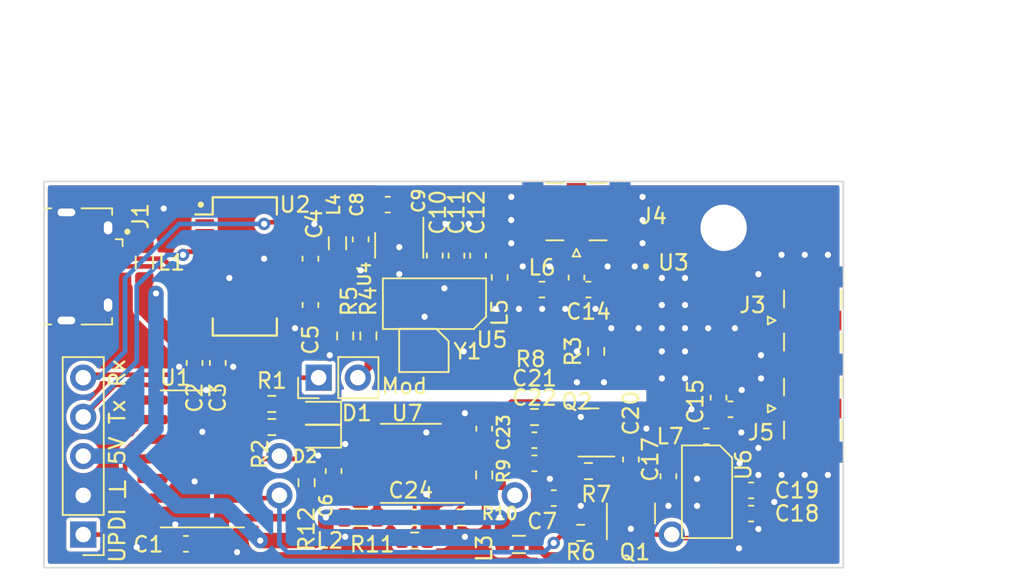
<source format=kicad_pcb>
(kicad_pcb (version 20211014) (generator pcbnew)
  (layers (0 "F.Cu" signal) (31 "B.Cu" signal) (34 "B.Paste" user) (35 "F.Paste" user) (36 "B.SilkS" user "B.Silkscreen") (37 "F.SilkS" user "F.Silkscreen") (38 "B.Mask" user) (39 "F.Mask" user) (44 "Edge.Cuts" user))
  (net 0 "")
  (net 1 "GND")
  (net 2 "+5V")
  (net 3 "/RF_Rx/DetectorIn")
  (net 4 "+3V0")
  (net 5 "/RF_Tx/ModOutSelect")
  (net 6 "/RF_Rx/Signal")
  (net 7 "/UPDI")
  (net 8 "Net-(D1-Pad2)")
  (net 9 "/SeqProg")
  (net 10 "Net-(D2-Pad2)")
  (net 11 "+5VDigital")
  (net 12 "Net-(C5-Pad2)")
  (net 13 "+5VAnalog")
  (net 14 "/RF_Tx/5VLDOIn")
  (net 15 "/uartTx")
  (net 16 "/uartRx")
  (net 17 "Net-(C13-Pad2)")
  (net 18 "/ReaderPulses")
  (net 19 "/TagPulses")
  (net 21 "Net-(C15-Pad1)")
  (net 22 "Net-(C16-Pad1)")
  (net 23 "Net-(C17-Pad1)")
  (net 26 "Net-(Q1-Pad1)")
  (net 27 "/RF_Tx/Mod")
  (net 40 "Net-(U5-Pad1)")
  (net 42 "Net-(U5-Pad10)")
  (net 43 "Net-(C20-Pad1)")
  (net 44 "/RF_Tx/RfOut")
  (net 45 "Net-(C20-Pad2)")
  (net 46 "/RF_Tx/ModLow")
  (net 47 "/USB_N")
  (net 48 "/USB_P")
  (net 49 "/VBUS")
  (net 50 "/RF_Rx/Amp")
  (net 51 "/RF_Rx/Avr")
  (net 52 "Net-(J3-Pad1)")
  (net 53 "/RF_Tx/ModOut")
  (net 57 "/TagPreambleDetected")
  (net 58 "/TagEPCDetected")
  (net 59 "Net-(R3-Pad1)")
  (net 60 "Net-(R10-Pad1)")
  (footprint "Capacitor_SMD:C_0603_1608Metric" (layer "F.Cu") (at 153.67 86 90)
    (fp_text reference "C15")
    (fp_text value "1.5p")
  )
  (footprint "Capacitor_SMD:C_0603_1608Metric" (layer "F.Cu") (at 138.1 76.8 -90)
    (fp_text reference "C12")
    (fp_text value "100p")
  )
  (footprint "Capacitor_SMD:C_0603_1608Metric" (layer "F.Cu") (at 127.25 77 -90)
    (fp_text reference "C4")
    (fp_text value "100n")
  )
  (footprint "Inductor_SMD:L_0805_2012Metric" (layer "F.Cu") (at 129 76 90)
    (fp_text reference "L4")
    (fp_text value "MI0805K400R-10")
  )
  (footprint "Capacitor_SMD:C_0603_1608Metric" (layer "F.Cu") (at 155.78 92 180)
    (fp_text reference "C19")
    (fp_text value "100n")
  )
  (footprint "ProjLib:uMax-8" (layer "F.Cu") (at 152.925 92.0875 180)
    (fp_text reference "U6")
    (fp_text value "MAX4003")
  )
  (footprint "Capacitor_SMD:C_0603_1608Metric" (layer "F.Cu") (at 144.47125 78.225 90)
    (fp_text reference "C13" hide)
    (fp_text value "1.5p")
  )
  (footprint "Resistor_SMD:R_0603_1608Metric" (layer "F.Cu") (at 141.75 87.25)
    (fp_text reference "R8")
    (fp_text value "1k")
  )
  (footprint "ProjLib:Single_Pin" (layer "F.Cu") (at 150.64 94.86)
    (fp_text reference "J6" hide)
    (fp_text value "Conn_Signal")
  )
  (footprint "Capacitor_SMD:C_0603_1608Metric" (layer "F.Cu") (at 141.75 88.75)
    (fp_text reference "C21")
    (fp_text value "1n")
  )
  (footprint "LED_SMD:LED_0603_1608Metric" (layer "F.Cu") (at 127.75 87 180)
    (fp_text reference "D1")
    (fp_text value "150060RS75000")
  )
  (footprint "Inductor_SMD:L_0805_2012Metric" (layer "F.Cu") (at 130.5 93.75)
    (fp_text reference "L2")
    (fp_text value "MI0805K400R-10")
  )
  (footprint "Inductor_SMD:L_0603_1608Metric" (layer "F.Cu") (at 139.5 78.2125 -90)
    (fp_text reference "L5")
    (fp_text value "29n")
  )
  (footprint "Capacitor_SMD:C_0603_1608Metric" (layer "F.Cu") (at 119.75 83.75 90)
    (fp_text reference "C2")
    (fp_text value "22u")
  )
  (footprint "ProjLib:Single_Pin" (layer "F.Cu") (at 125.24 92.32)
    (fp_text reference "J7" hide)
    (fp_text value "Conn_CmdInv")
  )
  (footprint "Capacitor_SMD:C_0603_1608Metric" (layer "F.Cu") (at 119.185 95.46)
    (fp_text reference "C1")
    (fp_text value "100n")
  )
  (footprint "ProjLib:Xinger2" (layer "F.Cu") (at 150.705 81.5)
    (fp_text reference "U3")
    (fp_text value "XC0900P-10S")
  )
  (footprint "Connector_Coaxial:SMA_Samtec_SMA-J-P-X-ST-EM1_EdgeMount" (layer "F.Cu") (at 144.47125 74.1 180)
    (fp_text reference "J4")
    (fp_text value "SMA_Conn")
  )
  (footprint "Package_SO:SOIC-8_3.9x4.9mm_P1.27mm" (layer "F.Cu") (at 133.75 90.25 180)
    (fp_text reference "U7")
    (fp_text value "LM311")
  )
  (footprint "LED_SMD:LED_0603_1608Metric" (layer "F.Cu") (at 127.75 88.5 180)
    (fp_text reference "D2")
    (fp_text value "150060GS75000")
  )
  (footprint "Resistor_SMD:R_0603_1608Metric" (layer "F.Cu") (at 137 93.75)
    (fp_text reference "R10")
    (fp_text value "6.2k")
  )
  (footprint "Capacitor_SMD:C_0603_1608Metric" (layer "F.Cu") (at 148 90 -90)
    (fp_text reference "C20")
    (fp_text value "10n")
  )
  (footprint "Resistor_SMD:R_0603_1608Metric" (layer "F.Cu") (at 129.5 82 -90)
    (fp_text reference "R5")
    (fp_text value "1k")
  )
  (footprint "Resistor_SMD:R_0603_1608Metric" (layer "F.Cu") (at 127 91.5 -90)
    (fp_text reference "R12")
    (fp_text value "1k")
  )
  (footprint "Capacitor_SMD:C_0603_1608Metric" (layer "F.Cu") (at 128.75 90.75 -90)
    (fp_text reference "C6")
    (fp_text value "22u")
  )
  (footprint "Capacitor_SMD:C_0603_1608Metric" (layer "F.Cu") (at 145.24625 79 180)
    (fp_text reference "C14")
    (fp_text value "1.5p")
  )
  (footprint "Capacitor_SMD:C_0603_1608Metric" (layer "F.Cu") (at 154.445 86.75 180)
    (fp_text reference "C16" hide)
    (fp_text value "1.5p")
  )
  (footprint "Resistor_SMD:R_0603_1608Metric" (layer "F.Cu") (at 145.25 90.75)
    (fp_text reference "R7")
    (fp_text value "220k")
  )
  (footprint "Capacitor_SMD:C_0603_1608Metric" (layer "F.Cu") (at 132.25 73.5)
    (fp_text reference "C9")
    (fp_text value "100p")
  )
  (footprint "Capacitor_SMD:C_0603_1608Metric" (layer "F.Cu") (at 143 92.5 180)
    (fp_text reference "C7")
    (fp_text value "22u")
  )
  (footprint "ProjLib:Single_Pin" (layer "F.Cu") (at 125.24 89.78)
    (fp_text reference "J9" hide)
    (fp_text value "Conn_TriggerOut")
  )
  (footprint "Package_SO:SOIC-14_3.9x8.7mm_P1.27mm" (layer "F.Cu") (at 119.5 89.96 180)
    (fp_text reference "U1")
    (fp_text value "ATtiny814-SS")
  )
  (footprint "Package_TO_SOT_SMD:SOT-23-5" (layer "F.Cu") (at 133 76.1375 -90)
    (fp_text reference "U4")
    (fp_text value "MIC5317-3.0YD5-TR")
  )
  (footprint "Connector_PinHeader_2.54mm:PinHeader_1x02_P2.54mm_Vertical" (layer "F.Cu") (at 127.78 84.7 90)
    (fp_text reference "SW1" hide)
    (fp_text value "SeqTrig_SW")
  )
  (footprint "Capacitor_SMD:C_0603_1608Metric" (layer "F.Cu") (at 150.425 91.0875 -90)
    (fp_text reference "C17")
    (fp_text value "1n")
  )
  (footprint "Resistor_SMD:R_0603_1608Metric" (layer "F.Cu") (at 145.75 83 90)
    (fp_text reference "R3")
    (fp_text value "51")
  )
  (footprint "Package_TO_SOT_SMD:SOT-23" (layer "F.Cu") (at 148 93.5 90)
    (fp_text reference "Q1")
    (fp_text value "BC847C,215")
  )
  (footprint "Connector_Coaxial:SMA_Samtec_SMA-J-P-X-ST-EM1_EdgeMount" (layer "F.Cu") (at 159.62 86.7 90)
    (fp_text reference "J5")
    (fp_text value "SMA_Conn")
  )
  (footprint "Resistor_SMD:R_0603_1608Metric" (layer "F.Cu") (at 124.75 87.9 180)
    (fp_text reference "R2")
    (fp_text value "1k")
  )
  (footprint "Inductor_SMD:L_0805_2012Metric" (layer "F.Cu") (at 140.75 95.5)
    (fp_text reference "L3")
    (fp_text value "MI0805K400R-10")
  )
  (footprint "Inductor_SMD:L_0603_1608Metric" (layer "F.Cu") (at 142.24125 79)
    (fp_text reference "L6")
    (fp_text value "22n")
  )
  (footprint "Capacitor_SMD:C_0603_1608Metric" (layer "F.Cu") (at 130.5 75.75 90)
    (fp_text reference "C8")
    (fp_text value "1u")
  )
  (footprint "ProjLib:uMax-10" (layer "F.Cu") (at 135.28 79.9125 90)
    (fp_text reference "U5")
    (fp_text value "MAX41462GUB+")
  )
  (footprint "Resistor_SMD:R_0603_1608Metric" (layer "F.Cu") (at 144.75 94.75)
    (fp_text reference "R6")
    (fp_text value "1k")
  )
  (footprint "Capacitor_SMD:C_0603_1608Metric" (layer "F.Cu") (at 121.25 83.75 90)
    (fp_text reference "C3")
    (fp_text value "22u")
  )
  (footprint "Resistor_SMD:R_0603_1608Metric" (layer "F.Cu") (at 138.5 91 -90)
    (fp_text reference "R9")
    (fp_text value "220k")
  )
  (footprint "Connector_Coaxial:SMA_Samtec_SMA-J-P-X-ST-EM1_EdgeMount" (layer "F.Cu") (at 159.62 81 90)
    (fp_text reference "J3")
    (fp_text value "SMA_Conn")
  )
  (footprint "Resistor_SMD:R_0603_1608Metric" (layer "F.Cu") (at 134 95.25)
    (fp_text reference "R11")
    (fp_text value "220k")
  )
  (footprint "Capacitor_SMD:C_0603_1608Metric" (layer "F.Cu") (at 155.78 93.5 180)
    (fp_text reference "C18")
    (fp_text value "1u")
  )
  (footprint "Capacitor_SMD:C_0603_1608Metric" (layer "F.Cu") (at 127.25 80 90)
    (fp_text reference "C5")
    (fp_text value "100n")
  )
  (footprint "Package_TO_SOT_SMD:SOT-23" (layer "F.Cu") (at 145.25 88.25 180)
    (fp_text reference "Q2")
    (fp_text value "BC847C,215")
  )
  (footprint "Capacitor_SMD:C_0603_1608Metric" (layer "F.Cu") (at 135.3 76.8 -90)
    (fp_text reference "C10")
    (fp_text value "1u")
  )
  (footprint "Capacitor_SMD:C_0603_1608Metric" (layer "F.Cu") (at 141.75 90.25 180)
    (fp_text reference "C22")
    (fp_text value "1u")
  )
  (footprint "ProjLib:Crystal_SMD_2x1.6mm" (layer "F.Cu") (at 134.595 82.9375 180)
    (fp_text reference "Y1")
    (fp_text value "ECS-160-12-37B-CTN-TR")
  )
  (footprint "Resistor_SMD:R_0603_1608Metric" (layer "F.Cu") (at 131 82 -90)
    (fp_text reference "R4")
    (fp_text value "1k")
  )
  (footprint "ProjLib:Single_Pin" (layer "F.Cu") (at 140.48 92.32)
    (fp_text reference "J8" hide)
    (fp_text value "Conn_Amp")
  )
  (footprint "Connector_USB:USB_Micro-B_Amphenol_10118194_Horizontal" (layer "F.Cu") (at 112.75 77.5 -90)
    (fp_text reference "J1")
    (fp_text value "10118194-0001LF")
  )
  (footprint "Capacitor_SMD:C_0603_1608Metric" (layer "F.Cu") (at 138.5 88 90)
    (fp_text reference "C23")
    (fp_text value "100p")
  )
  (footprint "Capacitor_SMD:C_0603_1608Metric" (layer "F.Cu") (at 136.7 76.8 90)
    (fp_text reference "C11")
    (fp_text value "100n")
  )
  (footprint "Connector_PinHeader_2.54mm:PinHeader_1x05_P2.54mm_Vertical" (layer "F.Cu") (at 112.54 94.86 180)
    (fp_text reference "J2" hide)
    (fp_text value "Combo_Conn")
  )
  (footprint "Inductor_SMD:L_0603_1608Metric" (layer "F.Cu") (at 152.8825 88.5)
    (fp_text reference "L7")
    (fp_text value "22n")
  )
  (footprint "Inductor_SMD:L_0805_2012Metric" (layer "F.Cu") (at 116.5 77.25 -90)
    (fp_text reference "L1")
    (fp_text value "MI0805K400R-10")
  )
  (footprint "Capacitor_SMD:C_0603_1608Metric" (layer "F.Cu") (at 134 93.75 180)
    (fp_text reference "C24")
    (fp_text value "100n")
  )
  (footprint "Resistor_SMD:R_0603_1608Metric" (layer "F.Cu") (at 124.75 86.4 180)
    (fp_text reference "R1")
    (fp_text value "1k")
  )
  (footprint "Package_SO:SSOP-20_3.9x8.7mm_P0.635mm" (layer "F.Cu") (at 123 77.5)
    (fp_text reference "U2")
    (fp_text value "FT231XS-R")
  )
  (gr_circle (center 115.4 75.25) (end 115.5 75.25) (layer "F.SilkS") (width 0.2) (fill none))
  (gr_line (start 115.25 92.42) (end 115.25 91.42) (layer "F.SilkS") (width 0.15))
  (gr_line (start 115.25 91.92) (end 114.25 91.92) (layer "F.SilkS") (width 0.15))
  (gr_circle (center 148.97125 77.5) (end 149.07125 77.5) (layer "F.SilkS") (width 0.2) (fill none))
  (gr_circle (center 120.15 73.5) (end 120.25 73.5) (layer "F.SilkS") (width 0.2) (fill none))
  (gr_rect (start 110 72) (end 161.75 97) (layer "Edge.Cuts") (width 0.1) (fill none))
  (gr_text "Tx" (at 114.75 86.92 90) (layer "F.SilkS") (effects (font (size 1 1))))
  (gr_text "UPDI" (at 114.75 94.92 90) (layer "F.SilkS") (effects (font (size 1 1))))
  (gr_text "Mod" (at 131.75 85.25) (layer "F.SilkS") (effects (font (size 1 1)) (justify left)))
  (gr_text "5V" (at 114.75 89.42 90) (layer "F.SilkS") (effects (font (size 1 1))))
  (gr_text "Rx" (at 114.75 84.42 90) (layer "F.SilkS") (effects (font (size 1 1))))
  (segment (start 138.444511 80.25) (end 138.444511 79.581531) (width 0.25) (layer "F.Cu") (net 1))
  (segment (start 137.42 80.4125) (end 138.282011 80.4125) (width 0.25) (layer "F.Cu") (net 1))
  (segment (start 136.42 79.4125) (end 135.92 78.9125) (width 0.25) (layer "F.Cu") (net 1))
  (segment (start 137.42 80.4125) (end 134.985658 80.4125) (width 0.25) (layer "F.Cu") (net 1))
  (segment (start 138.27548 79.4125) (end 137.42 79.4125) (width 0.25) (layer "F.Cu") (net 1))
  (segment (start 137.42 79.4125) (end 136.42 79.4125) (width 0.25) (layer "F.Cu") (net 1))
  (segment (start 134.985658 80.4125) (end 134.641269 80.756889) (width 0.25) (layer "F.Cu") (net 1))
  (segment (start 138.444511 79.581531) (end 138.27548 79.4125) (width 0.25) (layer "F.Cu") (net 1))
  (segment (start 138.282011 80.4125) (end 138.444511 80.25) (width 0.25) (layer "F.Cu") (net 1))
  (via (at 156.25 91) (size 0.8) (drill 0.4) (layers "F.Cu" "B.Cu") (net 1))
  (via (at 146.49125 77.5) (size 0.8) (drill 0.4) (layers "F.Cu" "B.Cu") (net 1))
  (via (at 157.75 76.75) (size 0.8) (drill 0.4) (layers "F.Cu" "B.Cu") (net 1))
  (via (at 120.25 88.21) (size 0.8) (drill 0.4) (layers "F.Cu" "B.Cu") (net 1))
  (via (at 151.5 80) (size 0.8) (drill 0.4) (layers "F.Cu" "B.Cu") (net 1))
  (via (at 139.25 80.25) (size 0.8) (drill 0.4) (layers "F.Cu" "B.Cu") (net 1))
  (via (at 155.17 85.5) (size 0.8) (drill 0.4) (layers "F.Cu" "B.Cu") (net 1))
  (via (at 156.42 83.25) (size 0.8) (drill 0.4) (layers "F.Cu" "B.Cu") (net 1))
  (via (at 143.75 80.25) (size 0.8) (drill 0.4) (layers "F.Cu" "B.Cu") (net 1))
  (via (at 116 95.67) (size 0.8) (drill 0.4) (layers "F.Cu" "B.Cu") (net 1))
  (via (at 118.5 94.21) (size 0.8) (drill 0.4) (layers "F.Cu" "B.Cu") (net 1))
  (via (at 137.17 83) (size 0.8) (drill 0.4) (layers "F.Cu" "B.Cu") (net 1))
  (via (at 150 83) (size 0.8) (drill 0.4) (layers "F.Cu" "B.Cu") (net 1))
  (via (at 118.75 84) (size 0.8) (drill 0.4) (layers "F.Cu" "B.Cu") (net 1))
  (via (at 119.75 91.42) (size 0.8) (drill 0.4) (layers "F.Cu" "B.Cu") (net 1))
  (via (at 151.92 86.75) (size 0.8) (drill 0.4) (layers "F.Cu" "B.Cu") (net 1))
  (via (at 120.5 85.5) (size 0.8) (drill 0.4) (layers "F.Cu" "B.Cu") (net 1))
  (via (at 130.5 77.75) (size 0.8) (drill 0.4) (layers "F.Cu" "B.Cu") (net 1))
  (via (at 144.75 93) (size 0.8) (drill 0.4) (layers "F.Cu" "B.Cu") (net 1))
  (via (at 150 81.5) (size 0.8) (drill 0.4) (layers "F.Cu" "B.Cu") (net 1))
  (via (at 150 84.75) (size 0.8) (drill 0.4) (layers "F.Cu" "B.Cu") (net 1))
  (via (at 142.74125 77.5) (size 0.8) (drill 0.4) (layers "F.Cu" "B.Cu") (net 1))
  (via (at 149 88) (size 0.8) (drill 0.4) (layers "F.Cu" "B.Cu") (net 1))
  (via (at 128.5 83.25) (size 0.8) (drill 0.4) (layers "F.Cu" "B.Cu") (net 1))
  (via (at 151.5 81.5) (size 0.8) (drill 0.4) (layers "F.Cu" "B.Cu") (net 1))
  (via (at 150 80) (size 0.8) (drill 0.4) (layers "F.Cu" "B.Cu") (net 1))
  (via (at 155.145 88.25) (size 0.8) (drill 0.4) (layers "F.Cu" "B.Cu") (net 1))
  (via (at 151.5 78.25) (size 0.8) (drill 0.4) (layers "F.Cu" "B.Cu") (net 1))
  (via (at 136 74.75) (size 0.8) (drill 0.4) (layers "F.Cu" "B.Cu") (net 1))
  (via (at 137.25 95) (size 0.8) (drill 0.4) (layers "F.Cu" "B.Cu") (net 1))
  (via (at 137.5 74.75) (size 0.8) (drill 0.4) (layers "F.Cu" "B.Cu") (net 1))
  (via (at 148.24125 77.5) (size 0.8) (drill 0.4) (layers "F.Cu" "B.Cu") (net 1))
  (via (at 156.25 94.5) (size 0.8) (drill 0.4) (layers "F.Cu" "B.Cu") (net 1))
  (via (at 154.73 81.5) (size 0.8) (drill 0.4) (layers "F.Cu" "B.Cu") (net 1))
  (via (at 117.75 73.75) (size 0.8) (drill 0.4) (layers "F.Cu" "B.Cu") (net 1))
  (via (at 151.5 83) (size 0.8) (drill 0.4) (layers "F.Cu" "B.Cu") (net 1))
  (via (at 156.42 84.75) (size 0.8) (drill 0.4) (layers "F.Cu" "B.Cu") (net 1))
  (via (at 129.5 95) (size 0.8) (drill 0.4) (layers "F.Cu" "B.Cu") (net 1))
  (via (at 150.425 93) (size 0.8) (drill 0.4) (layers "F.Cu" "B.Cu") (net 1))
  (via (at 148.75 73) (size 0.8) (drill 0.4) (layers "F.Cu" "B.Cu") (net 1))
  (via (at 122.25 84) (size 0.8) (drill 0.4) (layers "F.Cu" "B.Cu") (net 1))
  (via (at 160.75 91) (size 0.8) (drill 0.4) (layers "F.Cu" "B.Cu") (net 1))
  (via (at 133 78) (size 0.8) (drill 0.4) (layers "F.Cu" "B.Cu") (net 1))
  (via (at 140.99125 77.5) (size 0.8) (drill 0.4) (layers "F.Cu" "B.Cu") (net 1))
  (via (at 159.25 91) (size 0.8) (drill 0.4) (layers "F.Cu" "B.Cu") (net 1))
  (via (at 150 78.25) (size 0.8) (drill 0.4) (layers "F.Cu" "B.Cu") (net 1))
  (via (at 140.75 80.25) (size 0.8) (drill 0.4) (layers "F.Cu" "B.Cu") (net 1))
  (via (at 134.75 88.25) (size 0.8) (drill 0.4) (layers "F.Cu" "B.Cu") (net 1))
  (via (at 140.25 76) (size 0.8) (drill 0.4) (layers "F.Cu" "B.Cu") (net 1))
  (via (at 148.75 76) (size 0.8) (drill 0.4) (layers "F.Cu" "B.Cu") (net 1))
  (via (at 146.73 81.5) (size 0.8) (drill 0.4) (layers "F.Cu" "B.Cu") (net 1))
  (via (at 126.25 81.5) (size 0.8) (drill 0.4) (layers "F.Cu" "B.Cu") (net 1))
  (via (at 144.75 87.25) (size 0.8) (drill 0.4) (layers "F.Cu" "B.Cu") (net 1))
  (via (at 134.75 92.25) (size 0.8) (drill 0.4) (layers "F.Cu" "B.Cu") (net 1))
  (via (at 155 95.75) (size 0.8) (drill 0.4) (layers "F.Cu" "B.Cu") (net 1))
  (via (at 142.75 91.25) (size 0.8) (drill 0.4) (layers "F.Cu" "B.Cu") (net 1))
  (via (at 144.5 85) (size 0.8) (drill 0.4) (layers "F.Cu" "B.Cu") (net 1))
  (via (at 160.75 76.75) (size 0.8) (drill 0.4) (layers "F.Cu" "B.Cu") (net 1))
  (via (at 122 78.25) (size 0.8) (drill 0.4) (layers "F.Cu" "B.Cu") (net 1))
  (via (at 146.25 85) (size 0.8) (drill 0.4) (layers "F.Cu" "B.Cu") (net 1))
  (via (at 135.92 78.9125) (size 0.8) (drill 0.4) (layers "F.Cu" "B.Cu") (net 1))
  (via (at 151.5 84.75) (size 0.8) (drill 0.4) (layers "F.Cu" "B.Cu") (net 1))
  (via (at 147.995119 94.488413) (size 0.8) (drill 0.4) (layers "F.Cu" "B.Cu") (net 1))
  (via (at 140.25 74.5) (size 0.8) (drill 0.4) (layers "F.Cu" "B.Cu") (net 1))
  (via (at 137.25 87) (size 0.8) (drill 0.4) (layers "F.Cu" "B.Cu") (net 1))
  (via (at 156.25 89.25) (size 0.8) (drill 0.4) (layers "F.Cu" "B.Cu") (net 1))
  (via (at 144.5 83) (size 0.8) (drill 0.4) (layers "F.Cu" "B.Cu") (net 1))
  (via (at 133 76.25) (size 0.8) (drill 0.4) (layers "F.Cu" "B.Cu") (net 1))
  (via (at 155.03 90.25) (size 0.8) (drill 0.4) (layers "F.Cu" "B.Cu") (net 1))
  (via (at 157.75 91) (size 0.8) (drill 0.4) (layers "F.Cu" "B.Cu") (net 1))
  (via (at 142.25 80.25) (size 0.8) (drill 0.4) (layers "F.Cu" "B.Cu") (net 1))
  (via (at 124.25 77) (size 0.8) (drill 0.4) (layers "F.Cu" "B.Cu") (net 1))
  (via (at 140.25 73) (size 0.8) (drill 0.4) (layers "F.Cu" "B.Cu") (net 1))
  (via (at 122.5 96) (size 0.8) (drill 0.4) (layers "F.Cu" "B.Cu") (net 1))
  (via (at 154 75) (size 5) (drill 3) (layers "F.Cu" "B.Cu") (net 1))
  (via (at 134.641269 80.756889) (size 0.8) (drill 0.4) (layers "F.Cu" "B.Cu") (net 1))
  (via (at 152.28 93) (size 0.8) (drill 0.4) (layers "F.Cu" "B.Cu") (net 1))
  (via (at 156.25 78) (size 0.8) (drill 0.4) (layers "F.Cu" "B.Cu") (net 1))
  (via (at 152.28 91.25) (size 0.8) (drill 0.4) (layers "F.Cu" "B.Cu") (net 1))
  (via (at 157.28 92.75) (size 0.8) (drill 0.4) (layers "F.Cu" "B.Cu") (net 1))
  (via (at 159.25 76.75) (size 0.8) (drill 0.4) (layers "F.Cu" "B.Cu") (net 1))
  (via (at 127.75 89.75) (size 0.8) (drill 0.4) (layers "F.Cu" "B.Cu") (net 1))
  (via (at 145.705 80.25) (size 0.8) (drill 0.4) (layers "F.Cu" "B.Cu") (net 1))
  (via (at 129.5 89) (size 0.8) (drill 0.4) (layers "F.Cu" "B.Cu") (net 1))
  (via (at 127.5 74.75) (size 0.8) (drill 0.4) (layers "F.Cu" "B.Cu") (net 1))
  (via (at 148.75 74.5) (size 0.8) (drill 0.4) (layers "F.Cu" "B.Cu") (net 1))
  (via (at 153 81.5) (size 0.8) (drill 0.4) (layers "F.Cu" "B.Cu") (net 1))
  (via (at 148.5 81.5) (size 0.8) (drill 0.4) (layers "F.Cu" "B.Cu") (net 1))
  (segment (start 139.6875 93.9375) (end 139.5 93.75) (width 1) (layer "F.Cu") (net 2))
  (segment (start 128.25 93.75) (end 128.25 94.5) (width 1) (layer "F.Cu") (net 2))
  (segment (start 128.4 77.6625) (end 128.5 77.5625) (width 0.5) (layer "F.Cu") (net 2))
  (segment (start 125.6 77.8175) (end 127.2075 77.8175) (width 0.3) (layer "F.Cu") (net 2))
  (segment (start 127.275 82.975) (end 128.4 81.85) (width 0.5) (layer "F.Cu") (net 2))
  (segment (start 128.5 77.5625) (end 129 77.0625) (width 0.5) (layer "F.Cu") (net 2))
  (segment (start 119.75 82.975) (end 119.225 82.975) (width 1) (layer "F.Cu") (net 2))
  (segment (start 128.5 77.5625) (end 128.3125 77.75) (width 0.5) (layer "F.Cu") (net 2))
  (segment (start 127.5 95.25) (end 124 95.25) (width 1) (layer "F.Cu") (net 2))
  (segment (start 128.25 94.5) (end 127.5 95.25) (width 1) (layer "F.Cu") (net 2))
  (segment (start 127.275 77.75) (end 127.25 77.775) (width 0.5) (layer "F.Cu") (net 2))
  (segment (start 116.5 78.75) (end 116.5 79.25) (width 1) (layer "F.Cu") (net 2))
  (segment (start 128.4 81.85) (end 128.4 77.6625) (width 0.5) (layer "F.Cu") (net 2))
  (segment (start 119.75 82.975) (end 121.25 82.975) (width 1) (layer "F.Cu") (net 2))
  (segment (start 139.6875 95.5) (end 139.6875 93.9375) (width 1) (layer "F.Cu") (net 2))
  (segment (start 127.2075 77.8175) (end 127.25 77.775) (width 0.3) (layer "F.Cu") (net 2))
  (segment (start 117.25 79.25) (end 116.5 79.25) (width 1) (layer "F.Cu") (net 2))
  (segment (start 119.225 82.975) (end 116.5 80.25) (width 1) (layer "F.Cu") (net 2))
  (segment (start 121.25 82.975) (end 127.275 82.975) (width 0.5) (layer "F.Cu") (net 2))
  (segment (start 116.5 80.25) (end 116.5 79) (width 1) (layer "F.Cu") (net 2))
  (segment (start 128.25 93.75) (end 129.4375 93.75) (width 1) (layer "F.Cu") (net 2))
  (segment (start 128.3125 77.75) (end 127.275 77.75) (width 0.5) (layer "F.Cu") (net 2))
  (via (at 139.5 93.75) (size 0.8) (drill 0.4) (layers "F.Cu" "B.Cu") (net 2))
  (via (at 117.25 79.25) (size 0.8) (drill 0.4) (layers "F.Cu" "B.Cu") (net 2))
  (via (at 128.25 93.75) (size 0.8) (drill 0.4) (layers "F.Cu" "B.Cu") (net 2))
  (via (at 124 95.25) (size 0.8) (drill 0.4) (layers "F.Cu" "B.Cu") (net 2))
  (segment (start 115.43 89.78) (end 112.54 89.78) (width 1) (layer "B.Cu") (net 2))
  (segment (start 118.65 93) (end 115.43 89.78) (width 1) (layer "B.Cu") (net 2))
  (segment (start 124 95.25) (end 121.75 93) (width 1) (layer "B.Cu") (net 2))
  (segment (start 117.25 87.96) (end 115.43 89.78) (width 1) (layer "B.Cu") (net 2))
  (segment (start 139.5 93.75) (end 128.25 93.75) (width 1) (layer "B.Cu") (net 2))
  (segment (start 121.75 93) (end 118.65 93) (width 1) (layer "B.Cu") (net 2))
  (segment (start 117.25 79.25) (end 117.25 88) (width 1) (layer "B.Cu") (net 2))
  (segment (start 153.665 83.825) (end 153.665 85.22) (width 1) (layer "F.Cu") (net 3))
  (segment (start 153.665 85.22) (end 153.67 85.225) (width 1) (layer "F.Cu") (net 3))
  (segment (start 138.25 77.425) (end 138.1 77.575) (width 0.5) (layer "F.Cu") (net 4))
  (segment (start 139.5 77.425) (end 138.25 77.425) (width 0.5) (layer "F.Cu") (net 4))
  (segment (start 135.3 77.575) (end 134.25 77.575) (width 0.5) (layer "F.Cu") (net 4))
  (segment (start 138.1 77.575) (end 136.7 77.575) (width 0.5) (layer "F.Cu") (net 4))
  (segment (start 135.070489 77.360521) (end 135.070489 79.745969) (width 0.5) (layer "F.Cu") (net 4))
  (segment (start 134.25 77.575) (end 133.95 77.275) (width 0.5) (layer "F.Cu") (net 4))
  (segment (start 133.14 79.9125) (end 137.42 79.9125) (width 0.3) (layer "F.Cu") (net 4))
  (segment (start 136.7 77.575) (end 135.3 77.575) (width 0.5) (layer "F.Cu") (net 4))
  (segment (start 133.14 80.4125) (end 133.14 79.9125) (width 0.3) (layer "F.Cu") (net 4))
  (segment (start 144.47125 79) (end 143.02875 79) (width 1) (layer "F.Cu") (net 5))
  (segment (start 153.25 94.6175) (end 153.25 94.0875) (width 0.3) (layer "F.Cu") (net 6))
  (segment (start 150.64 94.86) (end 149.3725 94.86) (width 0.3) (layer "F.Cu") (net 6))
  (segment (start 152.78 95.0875) (end 153.25 94.6175) (width 0.3) (layer "F.Cu") (net 6))
  (segment (start 152.78 95.0875) (end 150.8675 95.0875) (width 0.3) (layer "F.Cu") (net 6))
  (segment (start 150.8675 95.0875) (end 150.64 94.86) (width 0.3) (layer "F.Cu") (net 6))
  (segment (start 149.3725 94.86) (end 148.95 94.4375) (width 0.3) (layer "F.Cu") (net 6))
  (segment (start 115.77 88.9) (end 115.25 89.42) (width 0.3) (layer "F.Cu") (net 7))
  (segment (start 115.25 89.42) (end 115.25 93.92) (width 0.3) (layer "F.Cu") (net 7))
  (segment (start 114.31 94.86) (end 112.54 94.86) (width 0.3) (layer "F.Cu") (net 7))
  (segment (start 116.775 88.9) (end 115.77 88.9) (width 0.3) (layer "F.Cu") (net 7))
  (segment (start 115.25 93.92) (end 114.31 94.86) (width 0.3) (layer "F.Cu") (net 7))
  (segment (start 125.575 86.4) (end 126.3625 86.4) (width 0.3) (layer "F.Cu") (net 8))
  (segment (start 126.3625 86.4) (end 126.9625 87) (width 0.3) (layer "F.Cu") (net 8))
  (segment (start 143.925 94.75) (end 143.6505 94.75) (width 0.3) (layer "F.Cu") (net 9))
  (segment (start 124.75 92.5) (end 125.24 92.99) (width 0.3) (layer "F.Cu") (net 9))
  (segment (start 121.975 92.5) (end 124.75 92.5) (width 0.3) (layer "F.Cu") (net 9))
  (segment (start 143.6505 94.75) (end 143 95.4005) (width 0.3) (layer "F.Cu") (net 9))
  (via (at 143 95.4005) (size 0.8) (drill 0.4) (layers "F.Cu" "B.Cu") (net 9))
  (segment (start 143 95.4005) (end 142.4005 96) (width 0.3) (layer "B.Cu") (net 9))
  (segment (start 125.75 96) (end 125.24 95.49) (width 0.3) (layer "B.Cu") (net 9))
  (segment (start 125.24 95.49) (end 125.24 92.32) (width 0.3) (layer "B.Cu") (net 9))
  (segment (start 142.4005 96) (end 125.75 96) (width 0.3) (layer "B.Cu") (net 9))
  (segment (start 125.575 87.9) (end 126.3625 87.9) (width 0.3) (layer "F.Cu") (net 10))
  (segment (start 126.3625 87.9) (end 126.9625 88.5) (width 0.3) (layer "F.Cu") (net 10))
  (segment (start 131.5625 92.4425) (end 131.275 92.155) (width 0.5) (layer "F.Cu") (net 11))
  (segment (start 127.95 92.325) (end 128.75 91.525) (width 0.5) (layer "F.Cu") (net 11))
  (segment (start 120.0475 95.631) (end 120.784 95.631) (width 0.5) (layer "F.Cu") (net 11))
  (segment (start 121.725 94.69) (end 121.725 93.98) (width 0.5) (layer "F.Cu") (net 11))
  (segment (start 131.275 92.155) (end 127.17 92.155) (width 0.5) (layer "F.Cu") (net 11))
  (segment (start 131.5625 93.75) (end 133.225 93.75) (width 0.5) (layer "F.Cu") (net 11))
  (segment (start 126.48 93.77) (end 127 93.25) (width 0.5) (layer "F.Cu") (net 11))
  (segment (start 127.17 92.155) (end 127 92.325) (width 0.5) (layer "F.Cu") (net 11))
  (segment (start 131.5625 93.75) (end 131.5625 92.4425) (width 0.5) (layer "F.Cu") (net 11))
  (segment (start 120.784 95.631) (end 121.725 94.69) (width 0.5) (layer "F.Cu") (net 11))
  (segment (start 127 92.325) (end 127.95 92.325) (width 0.5) (layer "F.Cu") (net 11))
  (segment (start 121.975 93.77) (end 126.48 93.77) (width 0.5) (layer "F.Cu") (net 11))
  (segment (start 127 93.25) (end 127 92.325) (width 0.5) (layer "F.Cu") (net 11))
  (segment (start 124.101522 78.75) (end 121.264022 75.9125) (width 0.3) (layer "F.Cu") (net 12))
  (segment (start 121.264022 75.9125) (end 120.4 75.9125) (width 0.3) (layer "F.Cu") (net 12))
  (segment (start 127.25 79.225) (end 126.775 78.75) (width 0.3) (layer "F.Cu") (net 12))
  (segment (start 126.775 78.75) (end 124.101522 78.75) (width 0.3) (layer "F.Cu") (net 12))
  (segment (start 140.975 88.75) (end 140.975 90.25) (width 0.5) (layer "F.Cu") (net 13))
  (segment (start 154.28 92) (end 154.28 94.25) (width 0.5) (layer "F.Cu") (net 13))
  (segment (start 153.25 96.25) (end 142.5625 96.25) (width 0.5) (layer "F.Cu") (net 13))
  (segment (start 154.03 92) (end 154.28 92) (width 0.3) (layer "F.Cu") (net 13))
  (segment (start 142.5625 96.25) (end 141.779511 95.467011) (width 0.5) (layer "F.Cu") (net 13))
  (segment (start 154.03 92) (end 153.25 91.22) (width 0.5) (layer "F.Cu") (net 13))
  (segment (start 140.975 90.779511) (end 140.975 90.25) (width 0.5) (layer "F.Cu") (net 13))
  (segment (start 154.25 94.25) (end 154 94.5) (width 0.5) (layer "F.Cu") (net 13))
  (segment (start 154.28 94.25) (end 154.25 94.25) (width 0.5) (layer "F.Cu") (net 13))
  (segment (start 154.1175 94.0875) (end 154.28 94.25) (width 0.5) (layer "F.Cu") (net 13))
  (segment (start 141.779511 95.467011) (end 141.779511 91.584022) (width 0.5) (layer "F.Cu") (net 13))
  (segment (start 155.005 92) (end 154.03 92) (width 0.5) (layer "F.Cu") (net 13))
  (segment (start 153.25 90.0875) (end 153.25 91.22) (width 0.3) (layer "F.Cu") (net 13))
  (segment (start 155.005 93.5) (end 154.28 93.5) (width 0.5) (layer "F.Cu") (net 13))
  (segment (start 154.28 92) (end 155.005 92) (width 0.3) (layer "F.Cu") (net 13))
  (segment (start 141.779511 91.584022) (end 140.975 90.779511) (width 0.5) (layer "F.Cu") (net 13))
  (segment (start 140.925 88.7) (end 140.975 88.75) (width 0.5) (layer "F.Cu") (net 13))
  (segment (start 154 95.5) (end 153.25 96.25) (width 0.5) (layer "F.Cu") (net 13))
  (segment (start 154 94.5) (end 154 95.5) (width 0.5) (layer "F.Cu") (net 13))
  (segment (start 140.925 87.25) (end 140.925 88.7) (width 0.5) (layer "F.Cu") (net 13))
  (segment (start 129 74.9375) (end 130.4625 74.9375) (width 0.5) (layer "F.Cu") (net 14))
  (segment (start 131.275 74.975) (end 132.025 74.975) (width 0.5) (layer "F.Cu") (net 14))
  (segment (start 130.4625 74.9375) (end 130.5 74.975) (width 0.5) (layer "F.Cu") (net 14))
  (segment (start 131.475 73.5) (end 131.475 74.775) (width 0.3) (layer "F.Cu") (net 14))
  (segment (start 133.95 75) (end 133.95 72.95) (width 0.3) (layer "F.Cu") (net 14))
  (segment (start 132.025 74.975) (end 132.05 75) (width 0.5) (layer "F.Cu") (net 14))
  (segment (start 131.475 73.1375) (end 131.475 73.5) (width 0.3) (layer "F.Cu") (net 14))
  (segment (start 131.475 74.775) (end 131.275 74.975) (width 0.3) (layer "F.Cu") (net 14))
  (segment (start 133.5 72.5) (end 132.1125 72.5) (width 0.3) (layer "F.Cu") (net 14))
  (segment (start 133.95 72.95) (end 133.5 72.5) (width 0.3) (layer "F.Cu") (net 14))
  (segment (start 132.1125 72.5) (end 131.475 73.1375) (width 0.3) (layer "F.Cu") (net 14))
  (segment (start 130.5 74.975) (end 131.275 74.975) (width 0.5) (layer "F.Cu") (net 14))
  (segment (start 119.2025 76.5475) (end 119 76.75) (width 0.3) (layer "F.Cu") (net 15))
  (segment (start 120.4 76.5475) (end 119.2025 76.5475) (width 0.3) (layer "F.Cu") (net 15))
  (segment (start 118.5 85.92) (end 117.75 85.17) (width 0.3) (layer "F.Cu") (net 15))
  (segment (start 118 89.96) (end 118.5 89.46) (width 0.3) (layer "F.Cu") (net 15))
  (segment (start 118.5 89.46) (end 118.5 85.92) (width 0.3) (layer "F.Cu") (net 15))
  (segment (start 117.75 85.17) (end 114.61 85.17) (width 0.3) (layer "F.Cu") (net 15))
  (segment (start 117.025 89.96) (end 118 89.96) (width 0.3) (layer "F.Cu") (net 15))
  (segment (start 114.61 85.17) (end 112.54 87.24) (width 0.3) (layer "F.Cu") (net 15))
  (via (at 119 76.75) (size 0.8) (drill 0.4) (layers "F.Cu" "B.Cu") (net 15))
  (segment (start 116 83.67) (end 116 78.75) (width 0.3) (layer "B.Cu") (net 15))
  (segment (start 112.54 87.13) (end 116 83.67) (width 0.3) (layer "B.Cu") (net 15))
  (segment (start 118 76.75) (end 119 76.75) (width 0.3) (layer "B.Cu") (net 15))
  (segment (start 116 78.75) (end 118 76.75) (width 0.3) (layer "B.Cu") (net 15))
  (segment (start 112.54 87.24) (end 112.54 87.13) (width 0.3) (layer "B.Cu") (net 15))
  (segment (start 124.25 74.749018) (end 124.356518 74.6425) (width 0.3) (layer "F.Cu") (net 16))
  (segment (start 119.25 89.9) (end 119.25 85.67) (width 0.3) (layer "F.Cu") (net 16))
  (segment (start 119.25 85.67) (end 118.09 84.51) (width 0.3) (layer "F.Cu") (net 16))
  (segment (start 124.356518 74.6425) (end 125.6 74.6425) (width 0.3) (layer "F.Cu") (net 16))
  (segment (start 116.985 91.23) (end 117.92 91.23) (width 0.3) (layer "F.Cu") (net 16))
  (segment (start 118.09 84.51) (end 112.73 84.51) (width 0.3) (layer "F.Cu") (net 16))
  (segment (start 112.73 84.51) (end 112.54 84.7) (width 0.3) (layer "F.Cu") (net 16))
  (segment (start 117.92 91.23) (end 119.25 89.9) (width 0.3) (layer "F.Cu") (net 16))
  (via (at 124.25 74.749018) (size 0.8) (drill 0.4) (layers "F.Cu" "B.Cu") (net 16))
  (segment (start 115.25 83) (end 113.55 84.7) (width 0.3) (layer "B.Cu") (net 16))
  (segment (start 124.25 74.749018) (end 118.750982 74.749018) (width 0.3) (layer "B.Cu") (net 16))
  (segment (start 118.750982 74.749018) (end 115.25 78.25) (width 0.3) (layer "B.Cu") (net 16))
  (segment (start 113.55 84.7) (end 112.54 84.7) (width 0.3) (layer "B.Cu") (net 16))
  (segment (start 115.25 78.25) (end 115.25 83) (width 0.3) (layer "B.Cu") (net 16))
  (segment (start 144.47125 77.45) (end 144.47125 73.75) (width 1) (layer "F.Cu") (net 17))
  (segment (start 122.085 88.8) (end 124.388569 88.8) (width 0.3) (layer "F.Cu") (net 18))
  (segment (start 124.7 88.488569) (end 124.7 85.4) (width 0.3) (layer "F.Cu") (net 18))
  (segment (start 125.4 84.7) (end 127.78 84.7) (width 0.3) (layer "F.Cu") (net 18))
  (segment (start 124.388569 88.8) (end 124.7 88.488569) (width 0.3) (layer "F.Cu") (net 18))
  (segment (start 121.975 88.69) (end 122.085 88.8) (width 0.3) (layer "F.Cu") (net 18))
  (segment (start 124.7 85.4) (end 125.4 84.7) (width 0.3) (layer "F.Cu") (net 18))
  (segment (start 133.175 95.25) (end 133.99952 94.42548) (width 0.25) (layer "F.Cu") (net 19))
  (segment (start 133.99952 91.74952) (end 133.135 90.885) (width 0.25) (layer "F.Cu") (net 19))
  (segment (start 126.285 89.96) (end 127 90.675) (width 0.3) (layer "F.Cu") (net 19))
  (segment (start 133.99952 94.42548) (end 133.99952 91.74952) (width 0.25) (layer "F.Cu") (net 19))
  (segment (start 133.135 90.885) (end 131.275 90.885) (width 0.25) (layer "F.Cu") (net 19))
  (segment (start 131.275 90.885) (end 131.14048 90.75048) (width 0.25) (layer "F.Cu") (net 19))
  (segment (start 125.24 89.78) (end 125.24 89.91) (width 0.3) (layer "F.Cu") (net 19))
  (segment (start 121.975 89.96) (end 125.29 89.96) (width 0.3) (layer "F.Cu") (net 19))
  (segment (start 125.29 89.96) (end 126.285 89.96) (width 0.3) (layer "F.Cu") (net 19))
  (segment (start 127.07548 90.75048) (end 127 90.675) (width 0.25) (layer "F.Cu") (net 19))
  (segment (start 125.24 89.91) (end 125.29 89.96) (width 0.3) (layer "F.Cu") (net 19))
  (segment (start 131.14048 90.75048) (end 127.07548 90.75048) (width 0.25) (layer "F.Cu") (net 19))
  (segment (start 153.67 88.5) (end 153.67 86.775) (width 1) (layer "F.Cu") (net 21))
  (segment (start 153.9 88.755) (end 153.9 90.0875) (width 0.3) (layer "F.Cu") (net 21))
  (segment (start 153.645 88.5) (end 153.9 88.755) (width 0.3) (layer "F.Cu") (net 21))
  (segment (start 155.22 86.75) (end 159.77 86.75) (width 1) (layer "F.Cu") (net 22))
  (segment (start 150.5625 90.0875) (end 150.425 90.225) (width 0.3) (layer "F.Cu") (net 23))
  (segment (start 151.95 90.0875) (end 150.5625 90.0875) (width 0.3) (layer "F.Cu") (net 23))
  (segment (start 146.7375 94.75) (end 147.05 94.4375) (width 0.5) (layer "F.Cu") (net 26))
  (segment (start 145.575 94.75) (end 146.7375 94.75) (width 0.5) (layer "F.Cu") (net 26))
  (segment (start 131 82.825) (end 131 84.02) (width 0.5) (layer "F.Cu") (net 27))
  (segment (start 131 84.02) (end 130.32 84.7) (width 0.5) (layer "F.Cu") (net 27))
  (segment (start 136.42 82.4125) (end 137.42 81.4125) (width 0.3) (layer "F.Cu") (net 40))
  (segment (start 137.42 81.4125) (end 137.42 80.9125) (width 0.3) (layer "F.Cu") (net 40))
  (segment (start 135.27 82.4125) (end 136.42 82.4125) (width 0.3) (layer "F.Cu") (net 40))
  (segment (start 132.92 83.1875) (end 132.92 80.9125) (width 0.3) (layer "F.Cu") (net 42))
  (segment (start 133.195 83.4625) (end 132.92 83.1875) (width 0.3) (layer "F.Cu") (net 42))
  (segment (start 133.92 83.4625) (end 133.195 83.4625) (width 0.3) (layer "F.Cu") (net 42))
  (segment (start 146.1875 89.2) (end 147.975 89.2) (width 0.5) (layer "F.Cu") (net 43))
  (segment (start 147.975 89.2) (end 148 89.225) (width 0.5) (layer "F.Cu") (net 43))
  (segment (start 146.075 90.75) (end 146.075 89.3125) (width 0.5) (layer "F.Cu") (net 43))
  (segment (start 146.075 89.3125) (end 146.1875 89.2) (width 0.5) (layer "F.Cu") (net 43))
  (segment (start 147.57 79) (end 147.745 79.175) (width 1) (layer "F.Cu") (net 44))
  (segment (start 146.02125 79) (end 147.57 79) (width 1) (layer "F.Cu") (net 44))
  (segment (start 148 90.775) (end 148 92.5625) (width 0.5) (layer "F.Cu") (net 45))
  (segment (start 131 79.825) (end 131.4125 79.4125) (width 0.3) (layer "F.Cu") (net 46))
  (segment (start 131 81.175) (end 129.5 81.175) (width 0.5) (layer "F.Cu") (net 46))
  (segment (start 131 81.175) (end 131 79.825) (width 0.5) (layer "F.Cu") (net 46))
  (segment (start 131.4125 79.4125) (end 133.14 79.4125) (width 0.3) (layer "F.Cu") (net 46))
  (segment (start 119 79) (end 119 80.456522) (width 0.3) (layer "F.Cu") (net 47))
  (segment (start 115.25 77) (end 117.706428 77) (width 0.3) (layer "F.Cu") (net 47))
  (segment (start 119 78.293572) (end 119 79) (width 0.3) (layer "F.Cu") (net 47))
  (segment (start 114.15 76.85) (end 115.1 76.85) (width 0.3) (layer "F.Cu") (net 47))
  (segment (start 119.450489 80.907011) (end 122.842989 80.907011) (width 0.3) (layer "F.Cu") (net 47))
  (segment (start 119 80.456522) (end 119.450489 80.907011) (width 0.3) (layer "F.Cu") (net 47))
  (segment (start 115.1 76.85) (end 115.25 77) (width 0.3) (layer "F.Cu") (net 47))
  (segment (start 122.842989 80.907011) (end 124.0275 79.7225) (width 0.3) (layer "F.Cu") (net 47))
  (segment (start 124.0275 79.7225) (end 125.6 79.7225) (width 0.3) (layer "F.Cu") (net 47))
  (segment (start 117.706428 77) (end 119 78.293572) (width 0.3) (layer "F.Cu") (net 47))
  (segment (start 119.243581 81.406531) (end 123.093469 81.406531) (width 0.3) (layer "F.Cu") (net 48))
  (segment (start 118.5 80.66295) (end 119.24358 81.40653) (width 0.3) (layer "F.Cu") (net 48))
  (segment (start 117.5 77.5) (end 118.5 78.5) (width 0.3) (layer "F.Cu") (net 48))
  (segment (start 114.15 77.5) (end 117.5 77.5) (width 0.3) (layer "F.Cu") (net 48))
  (segment (start 124.1425 80.3575) (end 125.6 80.3575) (width 0.3) (layer "F.Cu") (net 48))
  (segment (start 123.093469 81.406531) (end 124.1425 80.3575) (width 0.3) (layer "F.Cu") (net 48))
  (segment (start 118.5 78.5) (end 118.5 80.66295) (width 0.3) (layer "F.Cu") (net 48))
  (segment (start 114.15 76.2) (end 116.4875 76.2) (width 0.3) (layer "F.Cu") (net 49))
  (segment (start 116.4875 76.2) (end 116.5 76.1875) (width 0.3) (layer "F.Cu") (net 49))
  (segment (start 137.825 93.75) (end 138 93.75) (width 0.3) (layer "F.Cu") (net 50))
  (segment (start 138.5 91.825) (end 139.985 91.825) (width 0.3) (layer "F.Cu") (net 50))
  (segment (start 140.32 92.32) (end 140.48 92.32) (width 0.3) (layer "F.Cu") (net 50))
  (segment (start 144.425 90.75) (end 144.425 88.3625) (width 0.5) (layer "F.Cu") (net 50))
  (segment (start 142.575 86.825) (end 142 86.25) (width 0.3) (layer "F.Cu") (net 50))
  (segment (start 139.985 91.825) (end 140.48 92.32) (width 0.3) (layer "F.Cu") (net 50))
  (segment (start 142.575 88.075) (end 142.575 88.7) (width 0.5) (layer "F.Cu") (net 50))
  (segment (start 138.5 93.25) (end 138.5 91.825) (width 0.3) (layer "F.Cu") (net 50))
  (segment (start 142 86.25) (end 140.25 86.25) (width 0.3) (layer "F.Cu") (net 50))
  (segment (start 144.3125 88.25) (end 142.75 88.25) (width 0.5) (layer "F.Cu") (net 50))
  (segment (start 144.425 88.3625) (end 144.3125 88.25) (width 0.5) (layer "F.Cu") (net 50))
  (segment (start 139.75 91.75) (end 140.32 92.32) (width 0.3) (layer "F.Cu") (net 50))
  (segment (start 138 93.75) (end 138.5 93.25) (width 0.3) (layer "F.Cu") (net 50))
  (segment (start 139.75 86.75) (end 139.75 91.75) (width 0.3) (layer "F.Cu") (net 50))
  (segment (start 140.25 86.25) (end 139.75 86.75) (width 0.3) (layer "F.Cu") (net 50))
  (segment (start 142.575 87.25) (end 142.575 88.075) (width 0.5) (layer "F.Cu") (net 50))
  (segment (start 142.575 88.7) (end 142.525 88.75) (width 0.5) (layer "F.Cu") (net 50))
  (segment (start 142.575 87.25) (end 142.575 86.825) (width 0.3) (layer "F.Cu") (net 50))
  (segment (start 142.75 88.25) (end 142.575 88.075) (width 0.5) (layer "F.Cu") (net 50))
  (segment (start 138.5 90.175) (end 138.5 89.5) (width 0.3) (layer "F.Cu") (net 51))
  (segment (start 138.5 89.5) (end 138.5 88.775) (width 0.3) (layer "F.Cu") (net 51))
  (segment (start 138.385 89.615) (end 138.5 89.5) (width 0.3) (layer "F.Cu") (net 51))
  (segment (start 136.225 89.615) (end 138.385 89.615) (width 0.3) (layer "F.Cu") (net 51))
  (segment (start 156.892472 81) (end 159.87 81) (width 1) (layer "F.Cu") (net 52))
  (segment (start 155.067472 79.175) (end 156.892472 81) (width 1) (layer "F.Cu") (net 52))
  (segment (start 153.665 79.175) (end 155.067472 79.175) (width 1) (layer "F.Cu") (net 52))
  (segment (start 141.45375 79) (end 139.25 79) (width 1) (layer "F.Cu") (net 53))
  (segment (start 139.42 78.9125) (end 137.42 78.9125) (width 0.3) (layer "F.Cu") (net 53))
  (segment (start 121.975 86.15) (end 123.675 86.15) (width 0.3) (layer "F.Cu") (net 57))
  (segment (start 123.675 86.15) (end 123.925 86.4) (width 0.3) (layer "F.Cu") (net 57))
  (segment (start 123.445 87.42) (end 123.925 87.9) (width 0.3) (layer "F.Cu") (net 58))
  (segment (start 121.975 87.42) (end 123.445 87.42) (width 0.3) (layer "F.Cu") (net 58))
  (segment (start 145.75 83.825) (end 147.745 83.825) (width 1) (layer "F.Cu") (net 59))
  (segment (start 135.75 95.25) (end 136.25 94.75) (width 0.5) (layer "F.Cu") (net 60))
  (segment (start 137.52452 91.52452) (end 136.885 90.885) (width 0.25) (layer "F.Cu") (net 60))
  (segment (start 137.52452 92.501552) (end 137.52452 91.52452) (width 0.25) (layer "F.Cu") (net 60))
  (segment (start 136.25 94.75) (end 136.25 93.825) (width 0.5) (layer "F.Cu") (net 60))
  (segment (start 136.175 93.75) (end 136.276072 93.75) (width 0.25) (layer "F.Cu") (net 60))
  (segment (start 136.276072 93.75) (end 137.52452 92.501552) (width 0.25) (layer "F.Cu") (net 60))
  (segment (start 136.885 90.885) (end 136.225 90.885) (width 0.25) (layer "F.Cu") (net 60))
  (segment (start 136.25 93.825) (end 136.175 93.75) (width 0.5) (layer "F.Cu") (net 60))
  (segment (start 134.825 95.25) (end 135.75 95.25) (width 0.5) (layer "F.Cu") (net 60))
  (zone (net 1) (net_name "GND") (layers F&B.Cu) (connect_pads yes (clearance 0.25)) (min_thickness 0.254) (fill yes (thermal_gap 0.508) (thermal_bridge_width 0.508))
    (polygon (pts (xy 161.75 97) (xy 110 97) (xy 110 72) (xy 161.75 72)))
  )
  (zone (net 0) (net_name "") (layer "F.Cu") (name "RF") (connect_pads (clearance 0)) (min_thickness 0.254)
    (keepout (tracks allowed) (vias allowed) (pads allowed) (copperpour not_allowed) (footprints allowed))
    (fill (thermal_gap 0.508) (thermal_bridge_width 0.508))
    (polygon (pts (xy 144.920001 79.750001) (xy 139.67 79.75) (xy 139.67 78.25) (xy 144.92 78.250001)))
  )
  (zone (net 0) (net_name "") (layers F&B.Cu) (connect_pads (clearance 0)) (min_thickness 0.254)
    (keepout (tracks allowed) (vias allowed) (pads allowed) (copperpour not_allowed) (footprints allowed))
    (fill (thermal_gap 0.508) (thermal_bridge_width 0.508))
    (polygon (pts (xy 149 86.25) (xy 129.25 86.25) (xy 129.25 85.5) (xy 149 85.5)))
  )
)
</source>
